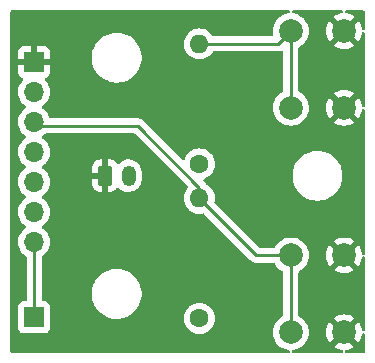
<source format=gtl>
G04 #@! TF.GenerationSoftware,KiCad,Pcbnew,6.0.2+dfsg-1*
G04 #@! TF.CreationDate,2022-12-03T12:38:50-05:00*
G04 #@! TF.ProjectId,remote,72656d6f-7465-42e6-9b69-6361645f7063,rev?*
G04 #@! TF.SameCoordinates,Original*
G04 #@! TF.FileFunction,Copper,L1,Top*
G04 #@! TF.FilePolarity,Positive*
%FSLAX46Y46*%
G04 Gerber Fmt 4.6, Leading zero omitted, Abs format (unit mm)*
G04 Created by KiCad (PCBNEW 6.0.2+dfsg-1) date 2022-12-03 12:38:50*
%MOMM*%
%LPD*%
G01*
G04 APERTURE LIST*
G04 Aperture macros list*
%AMRoundRect*
0 Rectangle with rounded corners*
0 $1 Rounding radius*
0 $2 $3 $4 $5 $6 $7 $8 $9 X,Y pos of 4 corners*
0 Add a 4 corners polygon primitive as box body*
4,1,4,$2,$3,$4,$5,$6,$7,$8,$9,$2,$3,0*
0 Add four circle primitives for the rounded corners*
1,1,$1+$1,$2,$3*
1,1,$1+$1,$4,$5*
1,1,$1+$1,$6,$7*
1,1,$1+$1,$8,$9*
0 Add four rect primitives between the rounded corners*
20,1,$1+$1,$2,$3,$4,$5,0*
20,1,$1+$1,$4,$5,$6,$7,0*
20,1,$1+$1,$6,$7,$8,$9,0*
20,1,$1+$1,$8,$9,$2,$3,0*%
G04 Aperture macros list end*
G04 #@! TA.AperFunction,ComponentPad*
%ADD10C,2.000000*%
G04 #@! TD*
G04 #@! TA.AperFunction,ComponentPad*
%ADD11R,1.700000X1.700000*%
G04 #@! TD*
G04 #@! TA.AperFunction,ComponentPad*
%ADD12O,1.700000X1.700000*%
G04 #@! TD*
G04 #@! TA.AperFunction,ComponentPad*
%ADD13C,1.600000*%
G04 #@! TD*
G04 #@! TA.AperFunction,ComponentPad*
%ADD14O,1.600000X1.600000*%
G04 #@! TD*
G04 #@! TA.AperFunction,ComponentPad*
%ADD15RoundRect,0.250000X-0.350000X-0.625000X0.350000X-0.625000X0.350000X0.625000X-0.350000X0.625000X0*%
G04 #@! TD*
G04 #@! TA.AperFunction,ComponentPad*
%ADD16O,1.200000X1.750000*%
G04 #@! TD*
G04 #@! TA.AperFunction,Conductor*
%ADD17C,0.250000*%
G04 #@! TD*
G04 APERTURE END LIST*
D10*
G04 #@! TO.P,SWSTOP1,1,1*
G04 #@! TO.N,Net-(J1-Pad3)*
X156750000Y-84750000D03*
X156750000Y-91250000D03*
G04 #@! TO.P,SWSTOP1,2,2*
G04 #@! TO.N,GND*
X161250000Y-84750000D03*
X161250000Y-91250000D03*
G04 #@! TD*
G04 #@! TO.P,SWSTART1,1,1*
G04 #@! TO.N,Net-(J1-Pad4)*
X156750000Y-65750000D03*
X156750000Y-72250000D03*
G04 #@! TO.P,SWSTART1,2,2*
G04 #@! TO.N,GND*
X161250000Y-65750000D03*
X161250000Y-72250000D03*
G04 #@! TD*
D11*
G04 #@! TO.P,J1,1,Pin_1*
G04 #@! TO.N,GND*
X135000000Y-68375000D03*
D12*
G04 #@! TO.P,J1,2,Pin_2*
G04 #@! TO.N,+9V*
X135000000Y-70915000D03*
G04 #@! TO.P,J1,3,Pin_3*
G04 #@! TO.N,Net-(J1-Pad3)*
X135000000Y-73455000D03*
G04 #@! TO.P,J1,4,Pin_4*
G04 #@! TO.N,Net-(J1-Pad4)*
X135000000Y-75995000D03*
G04 #@! TO.P,J1,5,Pin_5*
G04 #@! TO.N,+9V*
X135000000Y-78535000D03*
G04 #@! TO.P,J1,6,Pin_6*
X135000000Y-81075000D03*
G04 #@! TO.P,J1,7,Pin_7*
G04 #@! TO.N,Net-(J1-Pad7)*
X135000000Y-83615000D03*
G04 #@! TD*
D11*
G04 #@! TO.P,JANT1,1,Pin_1*
G04 #@! TO.N,Net-(J1-Pad7)*
X135000000Y-90000000D03*
G04 #@! TD*
D13*
G04 #@! TO.P,R1,1*
G04 #@! TO.N,+9V*
X149000000Y-77000000D03*
D14*
G04 #@! TO.P,R1,2*
G04 #@! TO.N,Net-(J1-Pad4)*
X149000000Y-66840000D03*
G04 #@! TD*
D13*
G04 #@! TO.P,R2,1*
G04 #@! TO.N,+9V*
X149000000Y-90080000D03*
D14*
G04 #@! TO.P,R2,2*
G04 #@! TO.N,Net-(J1-Pad3)*
X149000000Y-79920000D03*
G04 #@! TD*
D15*
G04 #@! TO.P,JPOWER1,1,Pin_1*
G04 #@! TO.N,GND*
X141000000Y-78000000D03*
D16*
G04 #@! TO.P,JPOWER1,2,Pin_2*
G04 #@! TO.N,+9V*
X143000000Y-78000000D03*
G04 #@! TD*
D17*
G04 #@! TO.N,Net-(J1-Pad3)*
X156750000Y-84750000D02*
X153830000Y-84750000D01*
X153830000Y-84750000D02*
X149000000Y-79920000D01*
G04 #@! TO.N,Net-(J1-Pad4)*
X149000000Y-66840000D02*
X155660000Y-66840000D01*
X155660000Y-66840000D02*
X156750000Y-65750000D01*
X156750000Y-72250000D02*
X156750000Y-65750000D01*
G04 #@! TO.N,Net-(J1-Pad3)*
X156750000Y-84750000D02*
X156750000Y-91250000D01*
X135000000Y-73787493D02*
X143787493Y-73787493D01*
X149000000Y-79000000D02*
X149000000Y-79920000D01*
X135000000Y-73455000D02*
X135000000Y-73787493D01*
X143787493Y-73787493D02*
X149000000Y-79000000D01*
G04 #@! TO.N,Net-(J1-Pad7)*
X135000000Y-90000000D02*
X135000000Y-83615000D01*
G04 #@! TD*
G04 #@! TA.AperFunction,Conductor*
G04 #@! TO.N,GND*
G36*
X156620480Y-64020002D02*
G01*
X156666973Y-64073658D01*
X156677077Y-64143932D01*
X156647583Y-64208512D01*
X156587857Y-64246896D01*
X156562245Y-64251612D01*
X156513289Y-64255465D01*
X156508482Y-64256619D01*
X156508476Y-64256620D01*
X156362609Y-64291640D01*
X156282406Y-64310895D01*
X156277835Y-64312788D01*
X156277833Y-64312789D01*
X156067611Y-64399865D01*
X156067607Y-64399867D01*
X156063037Y-64401760D01*
X156058817Y-64404346D01*
X155864798Y-64523241D01*
X155864792Y-64523245D01*
X155860584Y-64525824D01*
X155680031Y-64680031D01*
X155525824Y-64860584D01*
X155523245Y-64864792D01*
X155523241Y-64864798D01*
X155404346Y-65058817D01*
X155401760Y-65063037D01*
X155399867Y-65067607D01*
X155399865Y-65067611D01*
X155312789Y-65277833D01*
X155310895Y-65282406D01*
X155255465Y-65513289D01*
X155236835Y-65750000D01*
X155255465Y-65986711D01*
X155256619Y-65991518D01*
X155256620Y-65991524D01*
X155270920Y-66051086D01*
X155267373Y-66121994D01*
X155226053Y-66179728D01*
X155160079Y-66205958D01*
X155148401Y-66206500D01*
X150219394Y-66206500D01*
X150151273Y-66186498D01*
X150116181Y-66152771D01*
X150009357Y-66000211D01*
X150009355Y-66000208D01*
X150006198Y-65995700D01*
X149844300Y-65833802D01*
X149839792Y-65830645D01*
X149839789Y-65830643D01*
X149726235Y-65751132D01*
X149656749Y-65702477D01*
X149651767Y-65700154D01*
X149651762Y-65700151D01*
X149454225Y-65608039D01*
X149454224Y-65608039D01*
X149449243Y-65605716D01*
X149443935Y-65604294D01*
X149443933Y-65604293D01*
X149233402Y-65547881D01*
X149233400Y-65547881D01*
X149228087Y-65546457D01*
X149000000Y-65526502D01*
X148771913Y-65546457D01*
X148766600Y-65547881D01*
X148766598Y-65547881D01*
X148556067Y-65604293D01*
X148556065Y-65604294D01*
X148550757Y-65605716D01*
X148545776Y-65608039D01*
X148545775Y-65608039D01*
X148348238Y-65700151D01*
X148348233Y-65700154D01*
X148343251Y-65702477D01*
X148273765Y-65751132D01*
X148160211Y-65830643D01*
X148160208Y-65830645D01*
X148155700Y-65833802D01*
X147993802Y-65995700D01*
X147862477Y-66183251D01*
X147860154Y-66188233D01*
X147860151Y-66188238D01*
X147844330Y-66222167D01*
X147765716Y-66390757D01*
X147764294Y-66396065D01*
X147764293Y-66396067D01*
X147707881Y-66606598D01*
X147706457Y-66611913D01*
X147686502Y-66840000D01*
X147706457Y-67068087D01*
X147707881Y-67073400D01*
X147707881Y-67073402D01*
X147739066Y-67189783D01*
X147765716Y-67289243D01*
X147768039Y-67294224D01*
X147768039Y-67294225D01*
X147860151Y-67491762D01*
X147860154Y-67491767D01*
X147862477Y-67496749D01*
X147993802Y-67684300D01*
X148155700Y-67846198D01*
X148160208Y-67849355D01*
X148160211Y-67849357D01*
X148185832Y-67867297D01*
X148343251Y-67977523D01*
X148348233Y-67979846D01*
X148348238Y-67979849D01*
X148545775Y-68071961D01*
X148550757Y-68074284D01*
X148556065Y-68075706D01*
X148556067Y-68075707D01*
X148766598Y-68132119D01*
X148766600Y-68132119D01*
X148771913Y-68133543D01*
X149000000Y-68153498D01*
X149228087Y-68133543D01*
X149233400Y-68132119D01*
X149233402Y-68132119D01*
X149443933Y-68075707D01*
X149443935Y-68075706D01*
X149449243Y-68074284D01*
X149454225Y-68071961D01*
X149651762Y-67979849D01*
X149651767Y-67979846D01*
X149656749Y-67977523D01*
X149814168Y-67867297D01*
X149839789Y-67849357D01*
X149839792Y-67849355D01*
X149844300Y-67846198D01*
X150006198Y-67684300D01*
X150074663Y-67586522D01*
X150116181Y-67527229D01*
X150171638Y-67482901D01*
X150219394Y-67473500D01*
X155581233Y-67473500D01*
X155592416Y-67474027D01*
X155599909Y-67475702D01*
X155607835Y-67475453D01*
X155607836Y-67475453D01*
X155667986Y-67473562D01*
X155671945Y-67473500D01*
X155699856Y-67473500D01*
X155703791Y-67473003D01*
X155703856Y-67472995D01*
X155715693Y-67472062D01*
X155747951Y-67471048D01*
X155751970Y-67470922D01*
X155759889Y-67470673D01*
X155779343Y-67465021D01*
X155798700Y-67461013D01*
X155810930Y-67459468D01*
X155810931Y-67459468D01*
X155818797Y-67458474D01*
X155826168Y-67455555D01*
X155826170Y-67455555D01*
X155859912Y-67442196D01*
X155871142Y-67438351D01*
X155905983Y-67428229D01*
X155905984Y-67428229D01*
X155913593Y-67426018D01*
X155920411Y-67421986D01*
X155920415Y-67421984D01*
X155926357Y-67418469D01*
X155995173Y-67401007D01*
X156062505Y-67423521D01*
X156106976Y-67478864D01*
X156116500Y-67526920D01*
X156116500Y-70798434D01*
X156096498Y-70866555D01*
X156056335Y-70905867D01*
X155864798Y-71023241D01*
X155864792Y-71023245D01*
X155860584Y-71025824D01*
X155680031Y-71180031D01*
X155525824Y-71360584D01*
X155523245Y-71364792D01*
X155523241Y-71364798D01*
X155419542Y-71534020D01*
X155401760Y-71563037D01*
X155399867Y-71567607D01*
X155399865Y-71567611D01*
X155312789Y-71777833D01*
X155310895Y-71782406D01*
X155307034Y-71798489D01*
X155268458Y-71959171D01*
X155255465Y-72013289D01*
X155236835Y-72250000D01*
X155255465Y-72486711D01*
X155256619Y-72491518D01*
X155256620Y-72491524D01*
X155289293Y-72627617D01*
X155310895Y-72717594D01*
X155312788Y-72722165D01*
X155312789Y-72722167D01*
X155399772Y-72932163D01*
X155401760Y-72936963D01*
X155404346Y-72941183D01*
X155523241Y-73135202D01*
X155523245Y-73135208D01*
X155525824Y-73139416D01*
X155614067Y-73242735D01*
X155672677Y-73311358D01*
X155680031Y-73319969D01*
X155860584Y-73474176D01*
X155864792Y-73476755D01*
X155864798Y-73476759D01*
X156058084Y-73595205D01*
X156063037Y-73598240D01*
X156067607Y-73600133D01*
X156067611Y-73600135D01*
X156277833Y-73687211D01*
X156282406Y-73689105D01*
X156362609Y-73708360D01*
X156508476Y-73743380D01*
X156508482Y-73743381D01*
X156513289Y-73744535D01*
X156750000Y-73763165D01*
X156986711Y-73744535D01*
X156991518Y-73743381D01*
X156991524Y-73743380D01*
X157137391Y-73708360D01*
X157217594Y-73689105D01*
X157222167Y-73687211D01*
X157432389Y-73600135D01*
X157432393Y-73600133D01*
X157436963Y-73598240D01*
X157441916Y-73595205D01*
X157625556Y-73482670D01*
X160382160Y-73482670D01*
X160387887Y-73490320D01*
X160559042Y-73595205D01*
X160567837Y-73599687D01*
X160777988Y-73686734D01*
X160787373Y-73689783D01*
X161008554Y-73742885D01*
X161018301Y-73744428D01*
X161245070Y-73762275D01*
X161254930Y-73762275D01*
X161481699Y-73744428D01*
X161491446Y-73742885D01*
X161712627Y-73689783D01*
X161722012Y-73686734D01*
X161932163Y-73599687D01*
X161940958Y-73595205D01*
X162108445Y-73492568D01*
X162117907Y-73482110D01*
X162114124Y-73473334D01*
X161262812Y-72622022D01*
X161248868Y-72614408D01*
X161247035Y-72614539D01*
X161240420Y-72618790D01*
X160388920Y-73470290D01*
X160382160Y-73482670D01*
X157625556Y-73482670D01*
X157635202Y-73476759D01*
X157635208Y-73476755D01*
X157639416Y-73474176D01*
X157819969Y-73319969D01*
X157827324Y-73311358D01*
X157885933Y-73242735D01*
X157974176Y-73139416D01*
X157976755Y-73135208D01*
X157976759Y-73135202D01*
X158095654Y-72941183D01*
X158098240Y-72936963D01*
X158100229Y-72932163D01*
X158187211Y-72722167D01*
X158187212Y-72722165D01*
X158189105Y-72717594D01*
X158210707Y-72627617D01*
X158243380Y-72491524D01*
X158243381Y-72491518D01*
X158244535Y-72486711D01*
X158262777Y-72254930D01*
X159737725Y-72254930D01*
X159755572Y-72481699D01*
X159757115Y-72491446D01*
X159810217Y-72712627D01*
X159813266Y-72722012D01*
X159900313Y-72932163D01*
X159904795Y-72940958D01*
X160007432Y-73108445D01*
X160017890Y-73117907D01*
X160026666Y-73114124D01*
X160877978Y-72262812D01*
X160885592Y-72248868D01*
X160885461Y-72247035D01*
X160881210Y-72240420D01*
X160029710Y-71388920D01*
X160017330Y-71382160D01*
X160009680Y-71387887D01*
X159904795Y-71559042D01*
X159900313Y-71567837D01*
X159813266Y-71777988D01*
X159810217Y-71787373D01*
X159757115Y-72008554D01*
X159755572Y-72018301D01*
X159737725Y-72245070D01*
X159737725Y-72254930D01*
X158262777Y-72254930D01*
X158263165Y-72250000D01*
X158244535Y-72013289D01*
X158231543Y-71959171D01*
X158192966Y-71798489D01*
X158189105Y-71782406D01*
X158187211Y-71777833D01*
X158100135Y-71567611D01*
X158100133Y-71567607D01*
X158098240Y-71563037D01*
X158080458Y-71534020D01*
X157976759Y-71364798D01*
X157976755Y-71364792D01*
X157974176Y-71360584D01*
X157819969Y-71180031D01*
X157639416Y-71025824D01*
X157635208Y-71023245D01*
X157635202Y-71023241D01*
X157626470Y-71017890D01*
X160382093Y-71017890D01*
X160385876Y-71026666D01*
X161237188Y-71877978D01*
X161251132Y-71885592D01*
X161252965Y-71885461D01*
X161259580Y-71881210D01*
X162111080Y-71029710D01*
X162117840Y-71017330D01*
X162112113Y-71009680D01*
X161940958Y-70904795D01*
X161932163Y-70900313D01*
X161722012Y-70813266D01*
X161712627Y-70810217D01*
X161491446Y-70757115D01*
X161481699Y-70755572D01*
X161254930Y-70737725D01*
X161245070Y-70737725D01*
X161018301Y-70755572D01*
X161008554Y-70757115D01*
X160787373Y-70810217D01*
X160777988Y-70813266D01*
X160567837Y-70900313D01*
X160559042Y-70904795D01*
X160391555Y-71007432D01*
X160382093Y-71017890D01*
X157626470Y-71017890D01*
X157443665Y-70905867D01*
X157396034Y-70853219D01*
X157383500Y-70798434D01*
X157383500Y-67201566D01*
X157403502Y-67133445D01*
X157443665Y-67094133D01*
X157625556Y-66982670D01*
X160382160Y-66982670D01*
X160387887Y-66990320D01*
X160559042Y-67095205D01*
X160567837Y-67099687D01*
X160777988Y-67186734D01*
X160787373Y-67189783D01*
X161008554Y-67242885D01*
X161018301Y-67244428D01*
X161245070Y-67262275D01*
X161254930Y-67262275D01*
X161481699Y-67244428D01*
X161491446Y-67242885D01*
X161712627Y-67189783D01*
X161722012Y-67186734D01*
X161932163Y-67099687D01*
X161940958Y-67095205D01*
X162108445Y-66992568D01*
X162117907Y-66982110D01*
X162114124Y-66973334D01*
X161262812Y-66122022D01*
X161248868Y-66114408D01*
X161247035Y-66114539D01*
X161240420Y-66118790D01*
X160388920Y-66970290D01*
X160382160Y-66982670D01*
X157625556Y-66982670D01*
X157635202Y-66976759D01*
X157635208Y-66976755D01*
X157639416Y-66974176D01*
X157819969Y-66819969D01*
X157974176Y-66639416D01*
X157976755Y-66635208D01*
X157976759Y-66635202D01*
X158095654Y-66441183D01*
X158098240Y-66436963D01*
X158100229Y-66432163D01*
X158187211Y-66222167D01*
X158187212Y-66222165D01*
X158189105Y-66217594D01*
X158212050Y-66122022D01*
X158243380Y-65991524D01*
X158243381Y-65991518D01*
X158244535Y-65986711D01*
X158262777Y-65754930D01*
X159737725Y-65754930D01*
X159755572Y-65981699D01*
X159757115Y-65991446D01*
X159810217Y-66212627D01*
X159813266Y-66222012D01*
X159900313Y-66432163D01*
X159904795Y-66440958D01*
X160007432Y-66608445D01*
X160017890Y-66617907D01*
X160026666Y-66614124D01*
X160877978Y-65762812D01*
X160885592Y-65748868D01*
X160885461Y-65747035D01*
X160881210Y-65740420D01*
X160029710Y-64888920D01*
X160017330Y-64882160D01*
X160009680Y-64887887D01*
X159904795Y-65059042D01*
X159900313Y-65067837D01*
X159813266Y-65277988D01*
X159810217Y-65287373D01*
X159757115Y-65508554D01*
X159755572Y-65518301D01*
X159737725Y-65745070D01*
X159737725Y-65754930D01*
X158262777Y-65754930D01*
X158263165Y-65750000D01*
X158244535Y-65513289D01*
X158189105Y-65282406D01*
X158187211Y-65277833D01*
X158100135Y-65067611D01*
X158100133Y-65067607D01*
X158098240Y-65063037D01*
X158095654Y-65058817D01*
X157976759Y-64864798D01*
X157976755Y-64864792D01*
X157974176Y-64860584D01*
X157819969Y-64680031D01*
X157639416Y-64525824D01*
X157635208Y-64523245D01*
X157635202Y-64523241D01*
X157441183Y-64404346D01*
X157436963Y-64401760D01*
X157432393Y-64399867D01*
X157432389Y-64399865D01*
X157222167Y-64312789D01*
X157222165Y-64312788D01*
X157217594Y-64310895D01*
X157137391Y-64291640D01*
X156991524Y-64256620D01*
X156991518Y-64256619D01*
X156986711Y-64255465D01*
X156937755Y-64251612D01*
X156871414Y-64226326D01*
X156829274Y-64169188D01*
X156824715Y-64098338D01*
X156859184Y-64036271D01*
X156921738Y-64002691D01*
X156947641Y-64000000D01*
X161058729Y-64000000D01*
X161126850Y-64020002D01*
X161173343Y-64073658D01*
X161183447Y-64143932D01*
X161153953Y-64208512D01*
X161094227Y-64246896D01*
X161068615Y-64251612D01*
X161018301Y-64255572D01*
X161008554Y-64257115D01*
X160787373Y-64310217D01*
X160777988Y-64313266D01*
X160567837Y-64400313D01*
X160559042Y-64404795D01*
X160391555Y-64507432D01*
X160382093Y-64517890D01*
X160385876Y-64526666D01*
X161237188Y-65377978D01*
X161251132Y-65385592D01*
X161252965Y-65385461D01*
X161259580Y-65381210D01*
X162111080Y-64529710D01*
X162117840Y-64517330D01*
X162112113Y-64509680D01*
X161940958Y-64404795D01*
X161932163Y-64400313D01*
X161722012Y-64313266D01*
X161712627Y-64310217D01*
X161491446Y-64257115D01*
X161481699Y-64255572D01*
X161431385Y-64251612D01*
X161365044Y-64226327D01*
X161322904Y-64169189D01*
X161318345Y-64098339D01*
X161352814Y-64036271D01*
X161415367Y-64002691D01*
X161441271Y-64000000D01*
X162874000Y-64000000D01*
X162942121Y-64020002D01*
X162988614Y-64073658D01*
X163000000Y-64126000D01*
X163000000Y-65558729D01*
X162979998Y-65626850D01*
X162926342Y-65673343D01*
X162856068Y-65683447D01*
X162791488Y-65653953D01*
X162753104Y-65594227D01*
X162748388Y-65568615D01*
X162744428Y-65518301D01*
X162742885Y-65508554D01*
X162689783Y-65287373D01*
X162686734Y-65277988D01*
X162599687Y-65067837D01*
X162595205Y-65059042D01*
X162492568Y-64891555D01*
X162482110Y-64882093D01*
X162473334Y-64885876D01*
X161622022Y-65737188D01*
X161614408Y-65751132D01*
X161614539Y-65752965D01*
X161618790Y-65759580D01*
X162470290Y-66611080D01*
X162482670Y-66617840D01*
X162490320Y-66612113D01*
X162595205Y-66440958D01*
X162599687Y-66432163D01*
X162686734Y-66222012D01*
X162689783Y-66212627D01*
X162742885Y-65991446D01*
X162744428Y-65981699D01*
X162748388Y-65931385D01*
X162773673Y-65865044D01*
X162830811Y-65822904D01*
X162901661Y-65818345D01*
X162963729Y-65852814D01*
X162997309Y-65915367D01*
X163000000Y-65941271D01*
X163000000Y-72058729D01*
X162979998Y-72126850D01*
X162926342Y-72173343D01*
X162856068Y-72183447D01*
X162791488Y-72153953D01*
X162753104Y-72094227D01*
X162748388Y-72068615D01*
X162744428Y-72018301D01*
X162742885Y-72008554D01*
X162689783Y-71787373D01*
X162686734Y-71777988D01*
X162599687Y-71567837D01*
X162595205Y-71559042D01*
X162492568Y-71391555D01*
X162482110Y-71382093D01*
X162473334Y-71385876D01*
X161622022Y-72237188D01*
X161614408Y-72251132D01*
X161614539Y-72252965D01*
X161618790Y-72259580D01*
X162470290Y-73111080D01*
X162482670Y-73117840D01*
X162490320Y-73112113D01*
X162595205Y-72940958D01*
X162599687Y-72932163D01*
X162686734Y-72722012D01*
X162689783Y-72712627D01*
X162742885Y-72491446D01*
X162744428Y-72481699D01*
X162748388Y-72431385D01*
X162773673Y-72365044D01*
X162830811Y-72322904D01*
X162901661Y-72318345D01*
X162963729Y-72352814D01*
X162997309Y-72415367D01*
X163000000Y-72441271D01*
X163000000Y-84558729D01*
X162979998Y-84626850D01*
X162926342Y-84673343D01*
X162856068Y-84683447D01*
X162791488Y-84653953D01*
X162753104Y-84594227D01*
X162748388Y-84568615D01*
X162744428Y-84518301D01*
X162742885Y-84508554D01*
X162689783Y-84287373D01*
X162686734Y-84277988D01*
X162599687Y-84067837D01*
X162595205Y-84059042D01*
X162492568Y-83891555D01*
X162482110Y-83882093D01*
X162473334Y-83885876D01*
X161622022Y-84737188D01*
X161614408Y-84751132D01*
X161614539Y-84752965D01*
X161618790Y-84759580D01*
X162470290Y-85611080D01*
X162482670Y-85617840D01*
X162490320Y-85612113D01*
X162595205Y-85440958D01*
X162599687Y-85432163D01*
X162686734Y-85222012D01*
X162689783Y-85212627D01*
X162742885Y-84991446D01*
X162744428Y-84981699D01*
X162748388Y-84931385D01*
X162773673Y-84865044D01*
X162830811Y-84822904D01*
X162901661Y-84818345D01*
X162963729Y-84852814D01*
X162997309Y-84915367D01*
X163000000Y-84941271D01*
X163000000Y-91058729D01*
X162979998Y-91126850D01*
X162926342Y-91173343D01*
X162856068Y-91183447D01*
X162791488Y-91153953D01*
X162753104Y-91094227D01*
X162748388Y-91068615D01*
X162744428Y-91018301D01*
X162742885Y-91008554D01*
X162689783Y-90787373D01*
X162686734Y-90777988D01*
X162599687Y-90567837D01*
X162595205Y-90559042D01*
X162492568Y-90391555D01*
X162482110Y-90382093D01*
X162473334Y-90385876D01*
X161622022Y-91237188D01*
X161614408Y-91251132D01*
X161614539Y-91252965D01*
X161618790Y-91259580D01*
X162470290Y-92111080D01*
X162482670Y-92117840D01*
X162490320Y-92112113D01*
X162595205Y-91940958D01*
X162599687Y-91932163D01*
X162686734Y-91722012D01*
X162689783Y-91712627D01*
X162742885Y-91491446D01*
X162744428Y-91481699D01*
X162748388Y-91431385D01*
X162773673Y-91365044D01*
X162830811Y-91322904D01*
X162901661Y-91318345D01*
X162963729Y-91352814D01*
X162997309Y-91415367D01*
X163000000Y-91441271D01*
X163000000Y-92874000D01*
X162979998Y-92942121D01*
X162926342Y-92988614D01*
X162874000Y-93000000D01*
X161441271Y-93000000D01*
X161373150Y-92979998D01*
X161326657Y-92926342D01*
X161316553Y-92856068D01*
X161346047Y-92791488D01*
X161405773Y-92753104D01*
X161431385Y-92748388D01*
X161481699Y-92744428D01*
X161491446Y-92742885D01*
X161712627Y-92689783D01*
X161722012Y-92686734D01*
X161932163Y-92599687D01*
X161940958Y-92595205D01*
X162108445Y-92492568D01*
X162117907Y-92482110D01*
X162114124Y-92473334D01*
X161262812Y-91622022D01*
X161248868Y-91614408D01*
X161247035Y-91614539D01*
X161240420Y-91618790D01*
X160388920Y-92470290D01*
X160382160Y-92482670D01*
X160387887Y-92490320D01*
X160559042Y-92595205D01*
X160567837Y-92599687D01*
X160777988Y-92686734D01*
X160787373Y-92689783D01*
X161008554Y-92742885D01*
X161018301Y-92744428D01*
X161068615Y-92748388D01*
X161134956Y-92773673D01*
X161177096Y-92830811D01*
X161181655Y-92901661D01*
X161147186Y-92963729D01*
X161084633Y-92997309D01*
X161058729Y-93000000D01*
X156947641Y-93000000D01*
X156879520Y-92979998D01*
X156833027Y-92926342D01*
X156822923Y-92856068D01*
X156852417Y-92791488D01*
X156912143Y-92753104D01*
X156937755Y-92748388D01*
X156986711Y-92744535D01*
X156991518Y-92743381D01*
X156991524Y-92743380D01*
X157137391Y-92708360D01*
X157217594Y-92689105D01*
X157222167Y-92687211D01*
X157432389Y-92600135D01*
X157432393Y-92600133D01*
X157436963Y-92598240D01*
X157441916Y-92595205D01*
X157635202Y-92476759D01*
X157635208Y-92476755D01*
X157639416Y-92474176D01*
X157819969Y-92319969D01*
X157974176Y-92139416D01*
X157976755Y-92135208D01*
X157976759Y-92135202D01*
X158095654Y-91941183D01*
X158098240Y-91936963D01*
X158100229Y-91932163D01*
X158187211Y-91722167D01*
X158187212Y-91722165D01*
X158189105Y-91717594D01*
X158244535Y-91486711D01*
X158262777Y-91254930D01*
X159737725Y-91254930D01*
X159755572Y-91481699D01*
X159757115Y-91491446D01*
X159810217Y-91712627D01*
X159813266Y-91722012D01*
X159900313Y-91932163D01*
X159904795Y-91940958D01*
X160007432Y-92108445D01*
X160017890Y-92117907D01*
X160026666Y-92114124D01*
X160877978Y-91262812D01*
X160885592Y-91248868D01*
X160885461Y-91247035D01*
X160881210Y-91240420D01*
X160029710Y-90388920D01*
X160017330Y-90382160D01*
X160009680Y-90387887D01*
X159904795Y-90559042D01*
X159900313Y-90567837D01*
X159813266Y-90777988D01*
X159810217Y-90787373D01*
X159757115Y-91008554D01*
X159755572Y-91018301D01*
X159737725Y-91245070D01*
X159737725Y-91254930D01*
X158262777Y-91254930D01*
X158263165Y-91250000D01*
X158244535Y-91013289D01*
X158231818Y-90960316D01*
X158190260Y-90787218D01*
X158189105Y-90782406D01*
X158172061Y-90741257D01*
X158100135Y-90567611D01*
X158100133Y-90567607D01*
X158098240Y-90563037D01*
X158074277Y-90523933D01*
X157976759Y-90364798D01*
X157976755Y-90364792D01*
X157974176Y-90360584D01*
X157819969Y-90180031D01*
X157639416Y-90025824D01*
X157635208Y-90023245D01*
X157635202Y-90023241D01*
X157626470Y-90017890D01*
X160382093Y-90017890D01*
X160385876Y-90026666D01*
X161237188Y-90877978D01*
X161251132Y-90885592D01*
X161252965Y-90885461D01*
X161259580Y-90881210D01*
X162111080Y-90029710D01*
X162117840Y-90017330D01*
X162112113Y-90009680D01*
X161940958Y-89904795D01*
X161932163Y-89900313D01*
X161722012Y-89813266D01*
X161712627Y-89810217D01*
X161491446Y-89757115D01*
X161481699Y-89755572D01*
X161254930Y-89737725D01*
X161245070Y-89737725D01*
X161018301Y-89755572D01*
X161008554Y-89757115D01*
X160787373Y-89810217D01*
X160777988Y-89813266D01*
X160567837Y-89900313D01*
X160559042Y-89904795D01*
X160391555Y-90007432D01*
X160382093Y-90017890D01*
X157626470Y-90017890D01*
X157443665Y-89905867D01*
X157396034Y-89853219D01*
X157383500Y-89798434D01*
X157383500Y-86201566D01*
X157403502Y-86133445D01*
X157443665Y-86094133D01*
X157625556Y-85982670D01*
X160382160Y-85982670D01*
X160387887Y-85990320D01*
X160559042Y-86095205D01*
X160567837Y-86099687D01*
X160777988Y-86186734D01*
X160787373Y-86189783D01*
X161008554Y-86242885D01*
X161018301Y-86244428D01*
X161245070Y-86262275D01*
X161254930Y-86262275D01*
X161481699Y-86244428D01*
X161491446Y-86242885D01*
X161712627Y-86189783D01*
X161722012Y-86186734D01*
X161932163Y-86099687D01*
X161940958Y-86095205D01*
X162108445Y-85992568D01*
X162117907Y-85982110D01*
X162114124Y-85973334D01*
X161262812Y-85122022D01*
X161248868Y-85114408D01*
X161247035Y-85114539D01*
X161240420Y-85118790D01*
X160388920Y-85970290D01*
X160382160Y-85982670D01*
X157625556Y-85982670D01*
X157635202Y-85976759D01*
X157635208Y-85976755D01*
X157639416Y-85974176D01*
X157819969Y-85819969D01*
X157974176Y-85639416D01*
X157976755Y-85635208D01*
X157976759Y-85635202D01*
X158095654Y-85441183D01*
X158098240Y-85436963D01*
X158100229Y-85432163D01*
X158187211Y-85222167D01*
X158187212Y-85222165D01*
X158189105Y-85217594D01*
X158244535Y-84986711D01*
X158262777Y-84754930D01*
X159737725Y-84754930D01*
X159755572Y-84981699D01*
X159757115Y-84991446D01*
X159810217Y-85212627D01*
X159813266Y-85222012D01*
X159900313Y-85432163D01*
X159904795Y-85440958D01*
X160007432Y-85608445D01*
X160017890Y-85617907D01*
X160026666Y-85614124D01*
X160877978Y-84762812D01*
X160885592Y-84748868D01*
X160885461Y-84747035D01*
X160881210Y-84740420D01*
X160029710Y-83888920D01*
X160017330Y-83882160D01*
X160009680Y-83887887D01*
X159904795Y-84059042D01*
X159900313Y-84067837D01*
X159813266Y-84277988D01*
X159810217Y-84287373D01*
X159757115Y-84508554D01*
X159755572Y-84518301D01*
X159737725Y-84745070D01*
X159737725Y-84754930D01*
X158262777Y-84754930D01*
X158263165Y-84750000D01*
X158244535Y-84513289D01*
X158239975Y-84494292D01*
X158190260Y-84287218D01*
X158189105Y-84282406D01*
X158118462Y-84111857D01*
X158100135Y-84067611D01*
X158100133Y-84067607D01*
X158098240Y-84063037D01*
X158000211Y-83903069D01*
X157976759Y-83864798D01*
X157976755Y-83864792D01*
X157974176Y-83860584D01*
X157819969Y-83680031D01*
X157639416Y-83525824D01*
X157635208Y-83523245D01*
X157635202Y-83523241D01*
X157626470Y-83517890D01*
X160382093Y-83517890D01*
X160385876Y-83526666D01*
X161237188Y-84377978D01*
X161251132Y-84385592D01*
X161252965Y-84385461D01*
X161259580Y-84381210D01*
X162111080Y-83529710D01*
X162117840Y-83517330D01*
X162112113Y-83509680D01*
X161940958Y-83404795D01*
X161932163Y-83400313D01*
X161722012Y-83313266D01*
X161712627Y-83310217D01*
X161491446Y-83257115D01*
X161481699Y-83255572D01*
X161254930Y-83237725D01*
X161245070Y-83237725D01*
X161018301Y-83255572D01*
X161008554Y-83257115D01*
X160787373Y-83310217D01*
X160777988Y-83313266D01*
X160567837Y-83400313D01*
X160559042Y-83404795D01*
X160391555Y-83507432D01*
X160382093Y-83517890D01*
X157626470Y-83517890D01*
X157441183Y-83404346D01*
X157436963Y-83401760D01*
X157432393Y-83399867D01*
X157432389Y-83399865D01*
X157222167Y-83312789D01*
X157222165Y-83312788D01*
X157217594Y-83310895D01*
X157137391Y-83291640D01*
X156991524Y-83256620D01*
X156991518Y-83256619D01*
X156986711Y-83255465D01*
X156750000Y-83236835D01*
X156513289Y-83255465D01*
X156508482Y-83256619D01*
X156508476Y-83256620D01*
X156362609Y-83291640D01*
X156282406Y-83310895D01*
X156277835Y-83312788D01*
X156277833Y-83312789D01*
X156067611Y-83399865D01*
X156067607Y-83399867D01*
X156063037Y-83401760D01*
X156058817Y-83404346D01*
X155864798Y-83523241D01*
X155864792Y-83523245D01*
X155860584Y-83525824D01*
X155680031Y-83680031D01*
X155525824Y-83860584D01*
X155523245Y-83864792D01*
X155523241Y-83864798D01*
X155405867Y-84056335D01*
X155353219Y-84103966D01*
X155298434Y-84116500D01*
X154144594Y-84116500D01*
X154076473Y-84096498D01*
X154055499Y-84079595D01*
X150309152Y-80333248D01*
X150275126Y-80270936D01*
X150276541Y-80211541D01*
X150292118Y-80153409D01*
X150292120Y-80153398D01*
X150293543Y-80148087D01*
X150313498Y-79920000D01*
X150293543Y-79691913D01*
X150279505Y-79639522D01*
X150235707Y-79476067D01*
X150235706Y-79476065D01*
X150234284Y-79470757D01*
X150195327Y-79387213D01*
X150139849Y-79268238D01*
X150139846Y-79268233D01*
X150137523Y-79263251D01*
X150026160Y-79104208D01*
X150009357Y-79080211D01*
X150009355Y-79080208D01*
X150006198Y-79075700D01*
X149844300Y-78913802D01*
X149839792Y-78910645D01*
X149839789Y-78910643D01*
X149707394Y-78817939D01*
X149656749Y-78782477D01*
X149626733Y-78768481D01*
X149573450Y-78721567D01*
X149562834Y-78700673D01*
X149559552Y-78692383D01*
X149549549Y-78678614D01*
X149533564Y-78656613D01*
X149527048Y-78646693D01*
X149508580Y-78615465D01*
X149508578Y-78615462D01*
X149504542Y-78608638D01*
X149490221Y-78594317D01*
X149477380Y-78579283D01*
X149470131Y-78569306D01*
X149465472Y-78562893D01*
X149431395Y-78534702D01*
X149422616Y-78526712D01*
X149351930Y-78456026D01*
X149317904Y-78393714D01*
X149322969Y-78322899D01*
X149365516Y-78266063D01*
X149408413Y-78245224D01*
X149426032Y-78240503D01*
X149443933Y-78235707D01*
X149443935Y-78235706D01*
X149449243Y-78234284D01*
X149454225Y-78231961D01*
X149651762Y-78139849D01*
X149651767Y-78139846D01*
X149656749Y-78137523D01*
X149663633Y-78132703D01*
X156890743Y-78132703D01*
X156891302Y-78136947D01*
X156891302Y-78136951D01*
X156904116Y-78234284D01*
X156928268Y-78417734D01*
X157004129Y-78695036D01*
X157005813Y-78698984D01*
X157114998Y-78954962D01*
X157116923Y-78959476D01*
X157163207Y-79036811D01*
X157227855Y-79144829D01*
X157264561Y-79206161D01*
X157444313Y-79430528D01*
X157652851Y-79628423D01*
X157886317Y-79796186D01*
X157890112Y-79798195D01*
X157890113Y-79798196D01*
X157928191Y-79818357D01*
X158140392Y-79930712D01*
X158410373Y-80029511D01*
X158691264Y-80090755D01*
X158719841Y-80093004D01*
X158914282Y-80108307D01*
X158914291Y-80108307D01*
X158916739Y-80108500D01*
X159072271Y-80108500D01*
X159074407Y-80108354D01*
X159074418Y-80108354D01*
X159282548Y-80094165D01*
X159282554Y-80094164D01*
X159286825Y-80093873D01*
X159291020Y-80093004D01*
X159291022Y-80093004D01*
X159486464Y-80052530D01*
X159568342Y-80035574D01*
X159839343Y-79939607D01*
X160074261Y-79818357D01*
X160091005Y-79809715D01*
X160091006Y-79809715D01*
X160094812Y-79807750D01*
X160098313Y-79805289D01*
X160098317Y-79805287D01*
X160251834Y-79697393D01*
X160330023Y-79642441D01*
X160477894Y-79505031D01*
X160537479Y-79449661D01*
X160537481Y-79449658D01*
X160540622Y-79446740D01*
X160722713Y-79224268D01*
X160872927Y-78979142D01*
X160973523Y-78749979D01*
X160986757Y-78719830D01*
X160988483Y-78715898D01*
X160995182Y-78692383D01*
X161066068Y-78443534D01*
X161067244Y-78439406D01*
X161107751Y-78154784D01*
X161107830Y-78139849D01*
X161109235Y-77871583D01*
X161109235Y-77871576D01*
X161109257Y-77867297D01*
X161106743Y-77848197D01*
X161076950Y-77621899D01*
X161071732Y-77582266D01*
X161054527Y-77519373D01*
X161021760Y-77399598D01*
X160995871Y-77304964D01*
X160953708Y-77206114D01*
X160884763Y-77044476D01*
X160884761Y-77044472D01*
X160883077Y-77040524D01*
X160748370Y-76815445D01*
X160737643Y-76797521D01*
X160737640Y-76797517D01*
X160735439Y-76793839D01*
X160555687Y-76569472D01*
X160379882Y-76402639D01*
X160350258Y-76374527D01*
X160350255Y-76374525D01*
X160347149Y-76371577D01*
X160113683Y-76203814D01*
X160091843Y-76192250D01*
X160031331Y-76160211D01*
X159859608Y-76069288D01*
X159663982Y-75997699D01*
X159593658Y-75971964D01*
X159593656Y-75971963D01*
X159589627Y-75970489D01*
X159308736Y-75909245D01*
X159277685Y-75906801D01*
X159085718Y-75891693D01*
X159085709Y-75891693D01*
X159083261Y-75891500D01*
X158927729Y-75891500D01*
X158925593Y-75891646D01*
X158925582Y-75891646D01*
X158717452Y-75905835D01*
X158717446Y-75905836D01*
X158713175Y-75906127D01*
X158708980Y-75906996D01*
X158708978Y-75906996D01*
X158572416Y-75935277D01*
X158431658Y-75964426D01*
X158160657Y-76060393D01*
X158156848Y-76062359D01*
X157976003Y-76155700D01*
X157905188Y-76192250D01*
X157901687Y-76194711D01*
X157901683Y-76194713D01*
X157891594Y-76201804D01*
X157669977Y-76357559D01*
X157654892Y-76371577D01*
X157467433Y-76545775D01*
X157459378Y-76553260D01*
X157277287Y-76775732D01*
X157127073Y-77020858D01*
X157011517Y-77284102D01*
X157010342Y-77288229D01*
X157010341Y-77288230D01*
X156999478Y-77326364D01*
X156932756Y-77560594D01*
X156892249Y-77845216D01*
X156892227Y-77849505D01*
X156892226Y-77849512D01*
X156890765Y-78128417D01*
X156890743Y-78132703D01*
X149663633Y-78132703D01*
X149768020Y-78059610D01*
X149839789Y-78009357D01*
X149839792Y-78009355D01*
X149844300Y-78006198D01*
X150006198Y-77844300D01*
X150137523Y-77656749D01*
X150139846Y-77651767D01*
X150139849Y-77651762D01*
X150231961Y-77454225D01*
X150231961Y-77454224D01*
X150234284Y-77449243D01*
X150246729Y-77402800D01*
X150292119Y-77233402D01*
X150292119Y-77233400D01*
X150293543Y-77228087D01*
X150313498Y-77000000D01*
X150293543Y-76771913D01*
X150278436Y-76715533D01*
X150235707Y-76556067D01*
X150235706Y-76556065D01*
X150234284Y-76550757D01*
X150231961Y-76545775D01*
X150139849Y-76348238D01*
X150139846Y-76348233D01*
X150137523Y-76343251D01*
X150039888Y-76203814D01*
X150009357Y-76160211D01*
X150009355Y-76160208D01*
X150006198Y-76155700D01*
X149844300Y-75993802D01*
X149839792Y-75990645D01*
X149839789Y-75990643D01*
X149723540Y-75909245D01*
X149656749Y-75862477D01*
X149651767Y-75860154D01*
X149651762Y-75860151D01*
X149454225Y-75768039D01*
X149454224Y-75768039D01*
X149449243Y-75765716D01*
X149443935Y-75764294D01*
X149443933Y-75764293D01*
X149233402Y-75707881D01*
X149233400Y-75707881D01*
X149228087Y-75706457D01*
X149000000Y-75686502D01*
X148771913Y-75706457D01*
X148766600Y-75707881D01*
X148766598Y-75707881D01*
X148556067Y-75764293D01*
X148556065Y-75764294D01*
X148550757Y-75765716D01*
X148545776Y-75768039D01*
X148545775Y-75768039D01*
X148348238Y-75860151D01*
X148348233Y-75860154D01*
X148343251Y-75862477D01*
X148276460Y-75909245D01*
X148160211Y-75990643D01*
X148160208Y-75990645D01*
X148155700Y-75993802D01*
X147993802Y-76155700D01*
X147990645Y-76160208D01*
X147990643Y-76160211D01*
X147960112Y-76203814D01*
X147862477Y-76343251D01*
X147860154Y-76348233D01*
X147860151Y-76348238D01*
X147768039Y-76545775D01*
X147765716Y-76550757D01*
X147764294Y-76556065D01*
X147764293Y-76556067D01*
X147754776Y-76591586D01*
X147717824Y-76652209D01*
X147653964Y-76683230D01*
X147583469Y-76674802D01*
X147543974Y-76648070D01*
X144291145Y-73395240D01*
X144283605Y-73386954D01*
X144279493Y-73380475D01*
X144229841Y-73333849D01*
X144227000Y-73331095D01*
X144207263Y-73311358D01*
X144204066Y-73308878D01*
X144195044Y-73301173D01*
X144168593Y-73276334D01*
X144162814Y-73270907D01*
X144155868Y-73267088D01*
X144155865Y-73267086D01*
X144145059Y-73261145D01*
X144128540Y-73250294D01*
X144128076Y-73249934D01*
X144112534Y-73237879D01*
X144105265Y-73234734D01*
X144105261Y-73234731D01*
X144071956Y-73220319D01*
X144061306Y-73215102D01*
X144022553Y-73193798D01*
X144002930Y-73188760D01*
X143984227Y-73182356D01*
X143972913Y-73177460D01*
X143972912Y-73177460D01*
X143965638Y-73174312D01*
X143957815Y-73173073D01*
X143957805Y-73173070D01*
X143921969Y-73167394D01*
X143910349Y-73164988D01*
X143875204Y-73155965D01*
X143875203Y-73155965D01*
X143867523Y-73153993D01*
X143847269Y-73153993D01*
X143827558Y-73152442D01*
X143815379Y-73150513D01*
X143807550Y-73149273D01*
X143799658Y-73150019D01*
X143763532Y-73153434D01*
X143751674Y-73153993D01*
X136423432Y-73153993D01*
X136355311Y-73133991D01*
X136308818Y-73080335D01*
X136301228Y-73058688D01*
X136291690Y-73020715D01*
X136290431Y-73015702D01*
X136201354Y-72810840D01*
X136143889Y-72722012D01*
X136082822Y-72627617D01*
X136082820Y-72627614D01*
X136080014Y-72623277D01*
X135929670Y-72458051D01*
X135925619Y-72454852D01*
X135925615Y-72454848D01*
X135758414Y-72322800D01*
X135758410Y-72322798D01*
X135754359Y-72319598D01*
X135713053Y-72296796D01*
X135663084Y-72246364D01*
X135648312Y-72176921D01*
X135673428Y-72110516D01*
X135700780Y-72083909D01*
X135744603Y-72052650D01*
X135879860Y-71956173D01*
X136038096Y-71798489D01*
X136052828Y-71777988D01*
X136165435Y-71621277D01*
X136168453Y-71617077D01*
X136192901Y-71567611D01*
X136265136Y-71421453D01*
X136265137Y-71421451D01*
X136267430Y-71416811D01*
X136332370Y-71203069D01*
X136361529Y-70981590D01*
X136363156Y-70915000D01*
X136344852Y-70692361D01*
X136290431Y-70475702D01*
X136201354Y-70270840D01*
X136161906Y-70209862D01*
X136082822Y-70087617D01*
X136082820Y-70087614D01*
X136080014Y-70083277D01*
X136076540Y-70079459D01*
X136076533Y-70079450D01*
X135932435Y-69921088D01*
X135901383Y-69857242D01*
X135909779Y-69786744D01*
X135954956Y-69731976D01*
X135981400Y-69718307D01*
X136088052Y-69678325D01*
X136103649Y-69669786D01*
X136205724Y-69593285D01*
X136218285Y-69580724D01*
X136294786Y-69478649D01*
X136303324Y-69463054D01*
X136348478Y-69342606D01*
X136352105Y-69327351D01*
X136357631Y-69276486D01*
X136358000Y-69269672D01*
X136358000Y-68647115D01*
X136353525Y-68631876D01*
X136352135Y-68630671D01*
X136344452Y-68629000D01*
X133660116Y-68629000D01*
X133644877Y-68633475D01*
X133643672Y-68634865D01*
X133642001Y-68642548D01*
X133642001Y-69269669D01*
X133642371Y-69276490D01*
X133647895Y-69327352D01*
X133651521Y-69342604D01*
X133696676Y-69463054D01*
X133705214Y-69478649D01*
X133781715Y-69580724D01*
X133794276Y-69593285D01*
X133896351Y-69669786D01*
X133911946Y-69678324D01*
X134020827Y-69719142D01*
X134077591Y-69761784D01*
X134102291Y-69828345D01*
X134087083Y-69897694D01*
X134067691Y-69924175D01*
X133944200Y-70053401D01*
X133940629Y-70057138D01*
X133814743Y-70241680D01*
X133720688Y-70444305D01*
X133660989Y-70659570D01*
X133637251Y-70881695D01*
X133637548Y-70886848D01*
X133637548Y-70886851D01*
X133645104Y-71017890D01*
X133650110Y-71104715D01*
X133651247Y-71109761D01*
X133651248Y-71109767D01*
X133666360Y-71176823D01*
X133699222Y-71322639D01*
X133783266Y-71529616D01*
X133899987Y-71720088D01*
X134046250Y-71888938D01*
X134218126Y-72031632D01*
X134264497Y-72058729D01*
X134291445Y-72074476D01*
X134340169Y-72126114D01*
X134353240Y-72195897D01*
X134326509Y-72261669D01*
X134286055Y-72295027D01*
X134273607Y-72301507D01*
X134269474Y-72304610D01*
X134269471Y-72304612D01*
X134121959Y-72415367D01*
X134094965Y-72435635D01*
X133940629Y-72597138D01*
X133814743Y-72781680D01*
X133799003Y-72815590D01*
X133744787Y-72932389D01*
X133720688Y-72984305D01*
X133660989Y-73199570D01*
X133637251Y-73421695D01*
X133650110Y-73644715D01*
X133651247Y-73649761D01*
X133651248Y-73649767D01*
X133660374Y-73690260D01*
X133699222Y-73862639D01*
X133783266Y-74069616D01*
X133899987Y-74260088D01*
X134046250Y-74428938D01*
X134218126Y-74571632D01*
X134288595Y-74612811D01*
X134291445Y-74614476D01*
X134340169Y-74666114D01*
X134353240Y-74735897D01*
X134326509Y-74801669D01*
X134286055Y-74835027D01*
X134273607Y-74841507D01*
X134269474Y-74844610D01*
X134269471Y-74844612D01*
X134245247Y-74862800D01*
X134094965Y-74975635D01*
X133940629Y-75137138D01*
X133814743Y-75321680D01*
X133720688Y-75524305D01*
X133660989Y-75739570D01*
X133637251Y-75961695D01*
X133637548Y-75966848D01*
X133637548Y-75966851D01*
X133648212Y-76151803D01*
X133650110Y-76184715D01*
X133651247Y-76189761D01*
X133651248Y-76189767D01*
X133651365Y-76190285D01*
X133699222Y-76402639D01*
X133783266Y-76609616D01*
X133803281Y-76642278D01*
X133896158Y-76793839D01*
X133899987Y-76800088D01*
X134046250Y-76968938D01*
X134218126Y-77111632D01*
X134230230Y-77118705D01*
X134291445Y-77154476D01*
X134340169Y-77206114D01*
X134353240Y-77275897D01*
X134326509Y-77341669D01*
X134286055Y-77375027D01*
X134273607Y-77381507D01*
X134269474Y-77384610D01*
X134269471Y-77384612D01*
X134104232Y-77508677D01*
X134094965Y-77515635D01*
X133940629Y-77677138D01*
X133937715Y-77681410D01*
X133937714Y-77681411D01*
X133852556Y-77806249D01*
X133814743Y-77861680D01*
X133720688Y-78064305D01*
X133660989Y-78279570D01*
X133637251Y-78501695D01*
X133637548Y-78506848D01*
X133637548Y-78506851D01*
X133643202Y-78604908D01*
X133650110Y-78724715D01*
X133651247Y-78729761D01*
X133651248Y-78729767D01*
X133664282Y-78787600D01*
X133699222Y-78942639D01*
X133783266Y-79149616D01*
X133829013Y-79224268D01*
X133887042Y-79318963D01*
X133899987Y-79340088D01*
X134046250Y-79508938D01*
X134218126Y-79651632D01*
X134277963Y-79686598D01*
X134291445Y-79694476D01*
X134340169Y-79746114D01*
X134353240Y-79815897D01*
X134326509Y-79881669D01*
X134286055Y-79915027D01*
X134273607Y-79921507D01*
X134269474Y-79924610D01*
X134269471Y-79924612D01*
X134120526Y-80036443D01*
X134094965Y-80055635D01*
X134091393Y-80059373D01*
X133945978Y-80211541D01*
X133940629Y-80217138D01*
X133814743Y-80401680D01*
X133720688Y-80604305D01*
X133660989Y-80819570D01*
X133637251Y-81041695D01*
X133637548Y-81046848D01*
X133637548Y-81046851D01*
X133647077Y-81212118D01*
X133650110Y-81264715D01*
X133651247Y-81269761D01*
X133651248Y-81269767D01*
X133671119Y-81357939D01*
X133699222Y-81482639D01*
X133783266Y-81689616D01*
X133899987Y-81880088D01*
X134046250Y-82048938D01*
X134218126Y-82191632D01*
X134288595Y-82232811D01*
X134291445Y-82234476D01*
X134340169Y-82286114D01*
X134353240Y-82355897D01*
X134326509Y-82421669D01*
X134286055Y-82455027D01*
X134273607Y-82461507D01*
X134269474Y-82464610D01*
X134269471Y-82464612D01*
X134245247Y-82482800D01*
X134094965Y-82595635D01*
X133940629Y-82757138D01*
X133814743Y-82941680D01*
X133720688Y-83144305D01*
X133660989Y-83359570D01*
X133637251Y-83581695D01*
X133637548Y-83586848D01*
X133637548Y-83586851D01*
X133642921Y-83680031D01*
X133650110Y-83804715D01*
X133651247Y-83809761D01*
X133651248Y-83809767D01*
X133671119Y-83897939D01*
X133699222Y-84022639D01*
X133783266Y-84229616D01*
X133818659Y-84287373D01*
X133878768Y-84385461D01*
X133899987Y-84420088D01*
X134046250Y-84588938D01*
X134218126Y-84731632D01*
X134265954Y-84759580D01*
X134304070Y-84781853D01*
X134352794Y-84833491D01*
X134366500Y-84890641D01*
X134366500Y-88515500D01*
X134346498Y-88583621D01*
X134292842Y-88630114D01*
X134240500Y-88641500D01*
X134101866Y-88641500D01*
X134039684Y-88648255D01*
X133903295Y-88699385D01*
X133786739Y-88786739D01*
X133699385Y-88903295D01*
X133648255Y-89039684D01*
X133641500Y-89101866D01*
X133641500Y-90898134D01*
X133648255Y-90960316D01*
X133699385Y-91096705D01*
X133786739Y-91213261D01*
X133903295Y-91300615D01*
X134039684Y-91351745D01*
X134101866Y-91358500D01*
X135898134Y-91358500D01*
X135960316Y-91351745D01*
X136096705Y-91300615D01*
X136213261Y-91213261D01*
X136300615Y-91096705D01*
X136351745Y-90960316D01*
X136358500Y-90898134D01*
X136358500Y-89101866D01*
X136351745Y-89039684D01*
X136300615Y-88903295D01*
X136213261Y-88786739D01*
X136096705Y-88699385D01*
X135960316Y-88648255D01*
X135898134Y-88641500D01*
X135759500Y-88641500D01*
X135691379Y-88621498D01*
X135644886Y-88567842D01*
X135633500Y-88515500D01*
X135633500Y-88132703D01*
X139890743Y-88132703D01*
X139928268Y-88417734D01*
X140004129Y-88695036D01*
X140005813Y-88698984D01*
X140092960Y-88903295D01*
X140116923Y-88959476D01*
X140264561Y-89206161D01*
X140444313Y-89430528D01*
X140652851Y-89628423D01*
X140886317Y-89796186D01*
X140890112Y-89798195D01*
X140890113Y-89798196D01*
X140911869Y-89809715D01*
X141140392Y-89930712D01*
X141164699Y-89939607D01*
X141402599Y-90026666D01*
X141410373Y-90029511D01*
X141691264Y-90090755D01*
X141719841Y-90093004D01*
X141914282Y-90108307D01*
X141914291Y-90108307D01*
X141916739Y-90108500D01*
X142072271Y-90108500D01*
X142074407Y-90108354D01*
X142074418Y-90108354D01*
X142282548Y-90094165D01*
X142282554Y-90094164D01*
X142286825Y-90093873D01*
X142291020Y-90093004D01*
X142291022Y-90093004D01*
X142353815Y-90080000D01*
X147686502Y-90080000D01*
X147706457Y-90308087D01*
X147707881Y-90313400D01*
X147707881Y-90313402D01*
X147727840Y-90387887D01*
X147765716Y-90529243D01*
X147768039Y-90534224D01*
X147768039Y-90534225D01*
X147860151Y-90731762D01*
X147860154Y-90731767D01*
X147862477Y-90736749D01*
X147935902Y-90841611D01*
X147973088Y-90894717D01*
X147993802Y-90924300D01*
X148155700Y-91086198D01*
X148160208Y-91089355D01*
X148160211Y-91089357D01*
X148180968Y-91103891D01*
X148343251Y-91217523D01*
X148348233Y-91219846D01*
X148348238Y-91219849D01*
X148528203Y-91303767D01*
X148550757Y-91314284D01*
X148556065Y-91315706D01*
X148556067Y-91315707D01*
X148766598Y-91372119D01*
X148766600Y-91372119D01*
X148771913Y-91373543D01*
X149000000Y-91393498D01*
X149228087Y-91373543D01*
X149233400Y-91372119D01*
X149233402Y-91372119D01*
X149443933Y-91315707D01*
X149443935Y-91315706D01*
X149449243Y-91314284D01*
X149471797Y-91303767D01*
X149651762Y-91219849D01*
X149651767Y-91219846D01*
X149656749Y-91217523D01*
X149819032Y-91103891D01*
X149839789Y-91089357D01*
X149839792Y-91089355D01*
X149844300Y-91086198D01*
X150006198Y-90924300D01*
X150026913Y-90894717D01*
X150064098Y-90841611D01*
X150137523Y-90736749D01*
X150139846Y-90731767D01*
X150139849Y-90731762D01*
X150231961Y-90534225D01*
X150231961Y-90534224D01*
X150234284Y-90529243D01*
X150272161Y-90387887D01*
X150292119Y-90313402D01*
X150292119Y-90313400D01*
X150293543Y-90308087D01*
X150313498Y-90080000D01*
X150293543Y-89851913D01*
X150292119Y-89846598D01*
X150235707Y-89636067D01*
X150235706Y-89636065D01*
X150234284Y-89630757D01*
X150231820Y-89625473D01*
X150139849Y-89428238D01*
X150139846Y-89428233D01*
X150137523Y-89423251D01*
X150006198Y-89235700D01*
X149844300Y-89073802D01*
X149839792Y-89070645D01*
X149839789Y-89070643D01*
X149761611Y-89015902D01*
X149656749Y-88942477D01*
X149651767Y-88940154D01*
X149651762Y-88940151D01*
X149454225Y-88848039D01*
X149454224Y-88848039D01*
X149449243Y-88845716D01*
X149443935Y-88844294D01*
X149443933Y-88844293D01*
X149233402Y-88787881D01*
X149233400Y-88787881D01*
X149228087Y-88786457D01*
X149000000Y-88766502D01*
X148771913Y-88786457D01*
X148766600Y-88787881D01*
X148766598Y-88787881D01*
X148556067Y-88844293D01*
X148556065Y-88844294D01*
X148550757Y-88845716D01*
X148545776Y-88848039D01*
X148545775Y-88848039D01*
X148348238Y-88940151D01*
X148348233Y-88940154D01*
X148343251Y-88942477D01*
X148238389Y-89015902D01*
X148160211Y-89070643D01*
X148160208Y-89070645D01*
X148155700Y-89073802D01*
X147993802Y-89235700D01*
X147862477Y-89423251D01*
X147860154Y-89428233D01*
X147860151Y-89428238D01*
X147768180Y-89625473D01*
X147765716Y-89630757D01*
X147764294Y-89636065D01*
X147764293Y-89636067D01*
X147707881Y-89846598D01*
X147706457Y-89851913D01*
X147686502Y-90080000D01*
X142353815Y-90080000D01*
X142427584Y-90064723D01*
X142568342Y-90035574D01*
X142839343Y-89939607D01*
X143094812Y-89807750D01*
X143098313Y-89805289D01*
X143098317Y-89805287D01*
X143212418Y-89725095D01*
X143330023Y-89642441D01*
X143540622Y-89446740D01*
X143722713Y-89224268D01*
X143872927Y-88979142D01*
X143906222Y-88903295D01*
X143986757Y-88719830D01*
X143988483Y-88715898D01*
X144006962Y-88651029D01*
X144066068Y-88443534D01*
X144067244Y-88439406D01*
X144107751Y-88154784D01*
X144107845Y-88136951D01*
X144109235Y-87871583D01*
X144109235Y-87871576D01*
X144109257Y-87867297D01*
X144071732Y-87582266D01*
X143995871Y-87304964D01*
X143883077Y-87040524D01*
X143735439Y-86793839D01*
X143555687Y-86569472D01*
X143347149Y-86371577D01*
X143113683Y-86203814D01*
X143091843Y-86192250D01*
X143068654Y-86179972D01*
X142859608Y-86069288D01*
X142606761Y-85976759D01*
X142593658Y-85971964D01*
X142593656Y-85971963D01*
X142589627Y-85970489D01*
X142308736Y-85909245D01*
X142277685Y-85906801D01*
X142085718Y-85891693D01*
X142085709Y-85891693D01*
X142083261Y-85891500D01*
X141927729Y-85891500D01*
X141925593Y-85891646D01*
X141925582Y-85891646D01*
X141717452Y-85905835D01*
X141717446Y-85905836D01*
X141713175Y-85906127D01*
X141708980Y-85906996D01*
X141708978Y-85906996D01*
X141572417Y-85935276D01*
X141431658Y-85964426D01*
X141160657Y-86060393D01*
X140905188Y-86192250D01*
X140901687Y-86194711D01*
X140901683Y-86194713D01*
X140830946Y-86244428D01*
X140669977Y-86357559D01*
X140459378Y-86553260D01*
X140277287Y-86775732D01*
X140127073Y-87020858D01*
X140011517Y-87284102D01*
X139932756Y-87560594D01*
X139892249Y-87845216D01*
X139892227Y-87849505D01*
X139892226Y-87849512D01*
X139890765Y-88128417D01*
X139890743Y-88132703D01*
X135633500Y-88132703D01*
X135633500Y-84895427D01*
X135653502Y-84827306D01*
X135694618Y-84787550D01*
X135697994Y-84785896D01*
X135879860Y-84656173D01*
X136038096Y-84498489D01*
X136097594Y-84415689D01*
X136165435Y-84321277D01*
X136168453Y-84317077D01*
X136185589Y-84282406D01*
X136265136Y-84121453D01*
X136265137Y-84121451D01*
X136267430Y-84116811D01*
X136332370Y-83903069D01*
X136361529Y-83681590D01*
X136361611Y-83678240D01*
X136363074Y-83618365D01*
X136363074Y-83618361D01*
X136363156Y-83615000D01*
X136344852Y-83392361D01*
X136290431Y-83175702D01*
X136201354Y-82970840D01*
X136080014Y-82783277D01*
X135929670Y-82618051D01*
X135925619Y-82614852D01*
X135925615Y-82614848D01*
X135758414Y-82482800D01*
X135758410Y-82482798D01*
X135754359Y-82479598D01*
X135713053Y-82456796D01*
X135663084Y-82406364D01*
X135648312Y-82336921D01*
X135673428Y-82270516D01*
X135700780Y-82243909D01*
X135744603Y-82212650D01*
X135879860Y-82116173D01*
X136038096Y-81958489D01*
X136097594Y-81875689D01*
X136165435Y-81781277D01*
X136168453Y-81777077D01*
X136267430Y-81576811D01*
X136332370Y-81363069D01*
X136361529Y-81141590D01*
X136363156Y-81075000D01*
X136344852Y-80852361D01*
X136290431Y-80635702D01*
X136201354Y-80430840D01*
X136104941Y-80281808D01*
X136082822Y-80247617D01*
X136082820Y-80247614D01*
X136080014Y-80243277D01*
X135929670Y-80078051D01*
X135925619Y-80074852D01*
X135925615Y-80074848D01*
X135758414Y-79942800D01*
X135758410Y-79942798D01*
X135754359Y-79939598D01*
X135713053Y-79916796D01*
X135663084Y-79866364D01*
X135648312Y-79796921D01*
X135673428Y-79730516D01*
X135700780Y-79703909D01*
X135744603Y-79672650D01*
X135879860Y-79576173D01*
X136038096Y-79418489D01*
X136070780Y-79373005D01*
X136165435Y-79241277D01*
X136168453Y-79237077D01*
X136173465Y-79226937D01*
X136265136Y-79041453D01*
X136265137Y-79041451D01*
X136267430Y-79036811D01*
X136332370Y-78823069D01*
X136352247Y-78672095D01*
X139892001Y-78672095D01*
X139892338Y-78678614D01*
X139902257Y-78774206D01*
X139905149Y-78787600D01*
X139956588Y-78941784D01*
X139962761Y-78954962D01*
X140048063Y-79092807D01*
X140057099Y-79104208D01*
X140171829Y-79218739D01*
X140183240Y-79227751D01*
X140321243Y-79312816D01*
X140334424Y-79318963D01*
X140488710Y-79370138D01*
X140502086Y-79373005D01*
X140596438Y-79382672D01*
X140602854Y-79383000D01*
X140727885Y-79383000D01*
X140743124Y-79378525D01*
X140744329Y-79377135D01*
X140746000Y-79369452D01*
X140746000Y-79364884D01*
X141254000Y-79364884D01*
X141258475Y-79380123D01*
X141259865Y-79381328D01*
X141267548Y-79382999D01*
X141397095Y-79382999D01*
X141403614Y-79382662D01*
X141499206Y-79372743D01*
X141512600Y-79369851D01*
X141666784Y-79318412D01*
X141679962Y-79312239D01*
X141817807Y-79226937D01*
X141829208Y-79217901D01*
X141943739Y-79103171D01*
X141952751Y-79091760D01*
X141980745Y-79046345D01*
X142033517Y-78998852D01*
X142103589Y-78987428D01*
X142168713Y-79015702D01*
X142187088Y-79034625D01*
X142193604Y-79042920D01*
X142198135Y-79046852D01*
X142198138Y-79046855D01*
X142316560Y-79149616D01*
X142353363Y-79181552D01*
X142358549Y-79184552D01*
X142358553Y-79184555D01*
X142449341Y-79237077D01*
X142536454Y-79287473D01*
X142736271Y-79356861D01*
X142742206Y-79357722D01*
X142742208Y-79357722D01*
X142939664Y-79386352D01*
X142939667Y-79386352D01*
X142945604Y-79387213D01*
X143156899Y-79377433D01*
X143330111Y-79335689D01*
X143356701Y-79329281D01*
X143356703Y-79329280D01*
X143362534Y-79327875D01*
X143367992Y-79325393D01*
X143367996Y-79325392D01*
X143514581Y-79258743D01*
X143555087Y-79240326D01*
X143727611Y-79117946D01*
X143873881Y-78965150D01*
X143988620Y-78787452D01*
X144023963Y-78699754D01*
X144065442Y-78596832D01*
X144065443Y-78596829D01*
X144067686Y-78591263D01*
X144108228Y-78383663D01*
X144108500Y-78378101D01*
X144108500Y-77672154D01*
X144093452Y-77514434D01*
X144033908Y-77311466D01*
X144009536Y-77264144D01*
X143939804Y-77128751D01*
X143939802Y-77128748D01*
X143937058Y-77123420D01*
X143806396Y-76957080D01*
X143801865Y-76953148D01*
X143801862Y-76953145D01*
X143651167Y-76822379D01*
X143646637Y-76818448D01*
X143641451Y-76815448D01*
X143641447Y-76815445D01*
X143468742Y-76715533D01*
X143463546Y-76712527D01*
X143263729Y-76643139D01*
X143257794Y-76642278D01*
X143257792Y-76642278D01*
X143060336Y-76613648D01*
X143060333Y-76613648D01*
X143054396Y-76612787D01*
X142843101Y-76622567D01*
X142720105Y-76652209D01*
X142643299Y-76670719D01*
X142643297Y-76670720D01*
X142637466Y-76672125D01*
X142632008Y-76674607D01*
X142632004Y-76674608D01*
X142516959Y-76726916D01*
X142444913Y-76759674D01*
X142272389Y-76882054D01*
X142268251Y-76886377D01*
X142268246Y-76886381D01*
X142180836Y-76977691D01*
X142119280Y-77013067D01*
X142048371Y-77009548D01*
X141990621Y-76968251D01*
X141982674Y-76956863D01*
X141951937Y-76907193D01*
X141942901Y-76895792D01*
X141828171Y-76781261D01*
X141816760Y-76772249D01*
X141678757Y-76687184D01*
X141665576Y-76681037D01*
X141511290Y-76629862D01*
X141497914Y-76626995D01*
X141403562Y-76617328D01*
X141397145Y-76617000D01*
X141272115Y-76617000D01*
X141256876Y-76621475D01*
X141255671Y-76622865D01*
X141254000Y-76630548D01*
X141254000Y-79364884D01*
X140746000Y-79364884D01*
X140746000Y-78272115D01*
X140741525Y-78256876D01*
X140740135Y-78255671D01*
X140732452Y-78254000D01*
X139910116Y-78254000D01*
X139894877Y-78258475D01*
X139893672Y-78259865D01*
X139892001Y-78267548D01*
X139892001Y-78672095D01*
X136352247Y-78672095D01*
X136361529Y-78601590D01*
X136362318Y-78569306D01*
X136363074Y-78538365D01*
X136363074Y-78538361D01*
X136363156Y-78535000D01*
X136344852Y-78312361D01*
X136290431Y-78095702D01*
X136201354Y-77890840D01*
X136095934Y-77727885D01*
X139892000Y-77727885D01*
X139896475Y-77743124D01*
X139897865Y-77744329D01*
X139905548Y-77746000D01*
X140727885Y-77746000D01*
X140743124Y-77741525D01*
X140744329Y-77740135D01*
X140746000Y-77732452D01*
X140746000Y-76635116D01*
X140741525Y-76619877D01*
X140740135Y-76618672D01*
X140732452Y-76617001D01*
X140602905Y-76617001D01*
X140596386Y-76617338D01*
X140500794Y-76627257D01*
X140487400Y-76630149D01*
X140333216Y-76681588D01*
X140320038Y-76687761D01*
X140182193Y-76773063D01*
X140170792Y-76782099D01*
X140056261Y-76896829D01*
X140047249Y-76908240D01*
X139962184Y-77046243D01*
X139956037Y-77059424D01*
X139904862Y-77213710D01*
X139901995Y-77227086D01*
X139892328Y-77321438D01*
X139892000Y-77327855D01*
X139892000Y-77727885D01*
X136095934Y-77727885D01*
X136080014Y-77703277D01*
X135929670Y-77538051D01*
X135925619Y-77534852D01*
X135925615Y-77534848D01*
X135758414Y-77402800D01*
X135758410Y-77402798D01*
X135754359Y-77399598D01*
X135713053Y-77376796D01*
X135663084Y-77326364D01*
X135648312Y-77256921D01*
X135673428Y-77190516D01*
X135700780Y-77163909D01*
X135750070Y-77128751D01*
X135879860Y-77036173D01*
X135898899Y-77017201D01*
X136008241Y-76908240D01*
X136038096Y-76878489D01*
X136083398Y-76815445D01*
X136165435Y-76701277D01*
X136168453Y-76697077D01*
X136173058Y-76687761D01*
X136265136Y-76501453D01*
X136265137Y-76501451D01*
X136267430Y-76496811D01*
X136309738Y-76357559D01*
X136330865Y-76288023D01*
X136330865Y-76288021D01*
X136332370Y-76283069D01*
X136361529Y-76061590D01*
X136363156Y-75995000D01*
X136344852Y-75772361D01*
X136290431Y-75555702D01*
X136201354Y-75350840D01*
X136080014Y-75163277D01*
X135929670Y-74998051D01*
X135925619Y-74994852D01*
X135925615Y-74994848D01*
X135758414Y-74862800D01*
X135758410Y-74862798D01*
X135754359Y-74859598D01*
X135713053Y-74836796D01*
X135663084Y-74786364D01*
X135648312Y-74716921D01*
X135673428Y-74650516D01*
X135700780Y-74623909D01*
X135744603Y-74592650D01*
X135879860Y-74496173D01*
X135883515Y-74492531D01*
X135883523Y-74492524D01*
X135918425Y-74457743D01*
X135980796Y-74423826D01*
X136007365Y-74420993D01*
X143472899Y-74420993D01*
X143541020Y-74440995D01*
X143561994Y-74457898D01*
X147997704Y-78893608D01*
X148031730Y-78955920D01*
X148026665Y-79026735D01*
X148000691Y-79067151D01*
X148001226Y-79067600D01*
X147997707Y-79071794D01*
X147997704Y-79071798D01*
X147993802Y-79075700D01*
X147990645Y-79080208D01*
X147990643Y-79080211D01*
X147973840Y-79104208D01*
X147862477Y-79263251D01*
X147860154Y-79268233D01*
X147860151Y-79268238D01*
X147804673Y-79387213D01*
X147765716Y-79470757D01*
X147764294Y-79476065D01*
X147764293Y-79476067D01*
X147720495Y-79639522D01*
X147706457Y-79691913D01*
X147686502Y-79920000D01*
X147706457Y-80148087D01*
X147707881Y-80153400D01*
X147707881Y-80153402D01*
X147739375Y-80270936D01*
X147765716Y-80369243D01*
X147768039Y-80374224D01*
X147768039Y-80374225D01*
X147860151Y-80571762D01*
X147860154Y-80571767D01*
X147862477Y-80576749D01*
X147993802Y-80764300D01*
X148155700Y-80926198D01*
X148160208Y-80929355D01*
X148160211Y-80929357D01*
X148238389Y-80984098D01*
X148343251Y-81057523D01*
X148348233Y-81059846D01*
X148348238Y-81059849D01*
X148516350Y-81138240D01*
X148550757Y-81154284D01*
X148556065Y-81155706D01*
X148556067Y-81155707D01*
X148766598Y-81212119D01*
X148766600Y-81212119D01*
X148771913Y-81213543D01*
X149000000Y-81233498D01*
X149228087Y-81213543D01*
X149233398Y-81212120D01*
X149233409Y-81212118D01*
X149291541Y-81196541D01*
X149362517Y-81198230D01*
X149413248Y-81229152D01*
X153326343Y-85142247D01*
X153333887Y-85150537D01*
X153338000Y-85157018D01*
X153343777Y-85162443D01*
X153387667Y-85203658D01*
X153390509Y-85206413D01*
X153410231Y-85226135D01*
X153413355Y-85228558D01*
X153413359Y-85228562D01*
X153413424Y-85228612D01*
X153422445Y-85236317D01*
X153454679Y-85266586D01*
X153461627Y-85270405D01*
X153461629Y-85270407D01*
X153472432Y-85276346D01*
X153488959Y-85287202D01*
X153498698Y-85294757D01*
X153498700Y-85294758D01*
X153504960Y-85299614D01*
X153545540Y-85317174D01*
X153556188Y-85322391D01*
X153594940Y-85343695D01*
X153602616Y-85345666D01*
X153602619Y-85345667D01*
X153614562Y-85348733D01*
X153633267Y-85355137D01*
X153651855Y-85363181D01*
X153659678Y-85364420D01*
X153659688Y-85364423D01*
X153695524Y-85370099D01*
X153707144Y-85372505D01*
X153742289Y-85381528D01*
X153749970Y-85383500D01*
X153770224Y-85383500D01*
X153789934Y-85385051D01*
X153809943Y-85388220D01*
X153817835Y-85387474D01*
X153853961Y-85384059D01*
X153865819Y-85383500D01*
X155298434Y-85383500D01*
X155366555Y-85403502D01*
X155405867Y-85443665D01*
X155523241Y-85635202D01*
X155523245Y-85635208D01*
X155525824Y-85639416D01*
X155680031Y-85819969D01*
X155860584Y-85974176D01*
X155864792Y-85976755D01*
X155864798Y-85976759D01*
X156056335Y-86094133D01*
X156103966Y-86146781D01*
X156116500Y-86201566D01*
X156116500Y-89798434D01*
X156096498Y-89866555D01*
X156056335Y-89905867D01*
X155864798Y-90023241D01*
X155864792Y-90023245D01*
X155860584Y-90025824D01*
X155680031Y-90180031D01*
X155525824Y-90360584D01*
X155523245Y-90364792D01*
X155523241Y-90364798D01*
X155425723Y-90523933D01*
X155401760Y-90563037D01*
X155399867Y-90567607D01*
X155399865Y-90567611D01*
X155327939Y-90741257D01*
X155310895Y-90782406D01*
X155309740Y-90787218D01*
X155268183Y-90960316D01*
X155255465Y-91013289D01*
X155236835Y-91250000D01*
X155255465Y-91486711D01*
X155310895Y-91717594D01*
X155312788Y-91722165D01*
X155312789Y-91722167D01*
X155399772Y-91932163D01*
X155401760Y-91936963D01*
X155404346Y-91941183D01*
X155523241Y-92135202D01*
X155523245Y-92135208D01*
X155525824Y-92139416D01*
X155680031Y-92319969D01*
X155860584Y-92474176D01*
X155864792Y-92476755D01*
X155864798Y-92476759D01*
X156058084Y-92595205D01*
X156063037Y-92598240D01*
X156067607Y-92600133D01*
X156067611Y-92600135D01*
X156277833Y-92687211D01*
X156282406Y-92689105D01*
X156362609Y-92708360D01*
X156508476Y-92743380D01*
X156508482Y-92743381D01*
X156513289Y-92744535D01*
X156562245Y-92748388D01*
X156628586Y-92773674D01*
X156670726Y-92830812D01*
X156675285Y-92901662D01*
X156640816Y-92963729D01*
X156578262Y-92997309D01*
X156552359Y-93000000D01*
X133126000Y-93000000D01*
X133057879Y-92979998D01*
X133011386Y-92926342D01*
X133000000Y-92874000D01*
X133000000Y-68132703D01*
X139890743Y-68132703D01*
X139891302Y-68136947D01*
X139891302Y-68136951D01*
X139893650Y-68154784D01*
X139928268Y-68417734D01*
X140004129Y-68695036D01*
X140116923Y-68959476D01*
X140264561Y-69206161D01*
X140444313Y-69430528D01*
X140652851Y-69628423D01*
X140886317Y-69796186D01*
X140890112Y-69798195D01*
X140890113Y-69798196D01*
X140911869Y-69809715D01*
X141140392Y-69930712D01*
X141410373Y-70029511D01*
X141691264Y-70090755D01*
X141719841Y-70093004D01*
X141914282Y-70108307D01*
X141914291Y-70108307D01*
X141916739Y-70108500D01*
X142072271Y-70108500D01*
X142074407Y-70108354D01*
X142074418Y-70108354D01*
X142282548Y-70094165D01*
X142282554Y-70094164D01*
X142286825Y-70093873D01*
X142291020Y-70093004D01*
X142291022Y-70093004D01*
X142482258Y-70053401D01*
X142568342Y-70035574D01*
X142839343Y-69939607D01*
X143094812Y-69807750D01*
X143098313Y-69805289D01*
X143098317Y-69805287D01*
X143278965Y-69678325D01*
X143330023Y-69642441D01*
X143540622Y-69446740D01*
X143722713Y-69224268D01*
X143872927Y-68979142D01*
X143988483Y-68715898D01*
X144067244Y-68439406D01*
X144107751Y-68154784D01*
X144107845Y-68136951D01*
X144109235Y-67871583D01*
X144109235Y-67871576D01*
X144109257Y-67867297D01*
X144071732Y-67582266D01*
X143995871Y-67304964D01*
X143981534Y-67271351D01*
X143884763Y-67044476D01*
X143884761Y-67044472D01*
X143883077Y-67040524D01*
X143759789Y-66834525D01*
X143737643Y-66797521D01*
X143737640Y-66797517D01*
X143735439Y-66793839D01*
X143555687Y-66569472D01*
X143432289Y-66452372D01*
X143350258Y-66374527D01*
X143350255Y-66374525D01*
X143347149Y-66371577D01*
X143113683Y-66203814D01*
X143091843Y-66192250D01*
X143066332Y-66178743D01*
X142859608Y-66069288D01*
X142589627Y-65970489D01*
X142308736Y-65909245D01*
X142277685Y-65906801D01*
X142085718Y-65891693D01*
X142085709Y-65891693D01*
X142083261Y-65891500D01*
X141927729Y-65891500D01*
X141925593Y-65891646D01*
X141925582Y-65891646D01*
X141717452Y-65905835D01*
X141717446Y-65905836D01*
X141713175Y-65906127D01*
X141708980Y-65906996D01*
X141708978Y-65906996D01*
X141668556Y-65915367D01*
X141431658Y-65964426D01*
X141160657Y-66060393D01*
X140905188Y-66192250D01*
X140901687Y-66194711D01*
X140901683Y-66194713D01*
X140891594Y-66201804D01*
X140669977Y-66357559D01*
X140459378Y-66553260D01*
X140277287Y-66775732D01*
X140127073Y-67020858D01*
X140125347Y-67024791D01*
X140125346Y-67024792D01*
X140052920Y-67189783D01*
X140011517Y-67284102D01*
X140010342Y-67288229D01*
X140010341Y-67288230D01*
X140004395Y-67309103D01*
X139932756Y-67560594D01*
X139892249Y-67845216D01*
X139892227Y-67849505D01*
X139892226Y-67849512D01*
X139890819Y-68118124D01*
X139890743Y-68132703D01*
X133000000Y-68132703D01*
X133000000Y-68102885D01*
X133642000Y-68102885D01*
X133646475Y-68118124D01*
X133647865Y-68119329D01*
X133655548Y-68121000D01*
X134727885Y-68121000D01*
X134743124Y-68116525D01*
X134744329Y-68115135D01*
X134746000Y-68107452D01*
X134746000Y-68102885D01*
X135254000Y-68102885D01*
X135258475Y-68118124D01*
X135259865Y-68119329D01*
X135267548Y-68121000D01*
X136339884Y-68121000D01*
X136355123Y-68116525D01*
X136356328Y-68115135D01*
X136357999Y-68107452D01*
X136357999Y-67480331D01*
X136357629Y-67473502D01*
X136352105Y-67422648D01*
X136348479Y-67407396D01*
X136303324Y-67286946D01*
X136294786Y-67271351D01*
X136218285Y-67169276D01*
X136205724Y-67156715D01*
X136103649Y-67080214D01*
X136088054Y-67071676D01*
X135967606Y-67026522D01*
X135952351Y-67022895D01*
X135901486Y-67017369D01*
X135894672Y-67017000D01*
X135272115Y-67017000D01*
X135256876Y-67021475D01*
X135255671Y-67022865D01*
X135254000Y-67030548D01*
X135254000Y-68102885D01*
X134746000Y-68102885D01*
X134746000Y-67035116D01*
X134741525Y-67019877D01*
X134740135Y-67018672D01*
X134732452Y-67017001D01*
X134105331Y-67017001D01*
X134098510Y-67017371D01*
X134047648Y-67022895D01*
X134032396Y-67026521D01*
X133911946Y-67071676D01*
X133896351Y-67080214D01*
X133794276Y-67156715D01*
X133781715Y-67169276D01*
X133705214Y-67271351D01*
X133696676Y-67286946D01*
X133651522Y-67407394D01*
X133647895Y-67422649D01*
X133642370Y-67473502D01*
X133642000Y-67480328D01*
X133642000Y-68102885D01*
X133000000Y-68102885D01*
X133000000Y-64126000D01*
X133020002Y-64057879D01*
X133073658Y-64011386D01*
X133126000Y-64000000D01*
X156552359Y-64000000D01*
X156620480Y-64020002D01*
G37*
G04 #@! TD.AperFunction*
G04 #@! TD*
M02*

</source>
